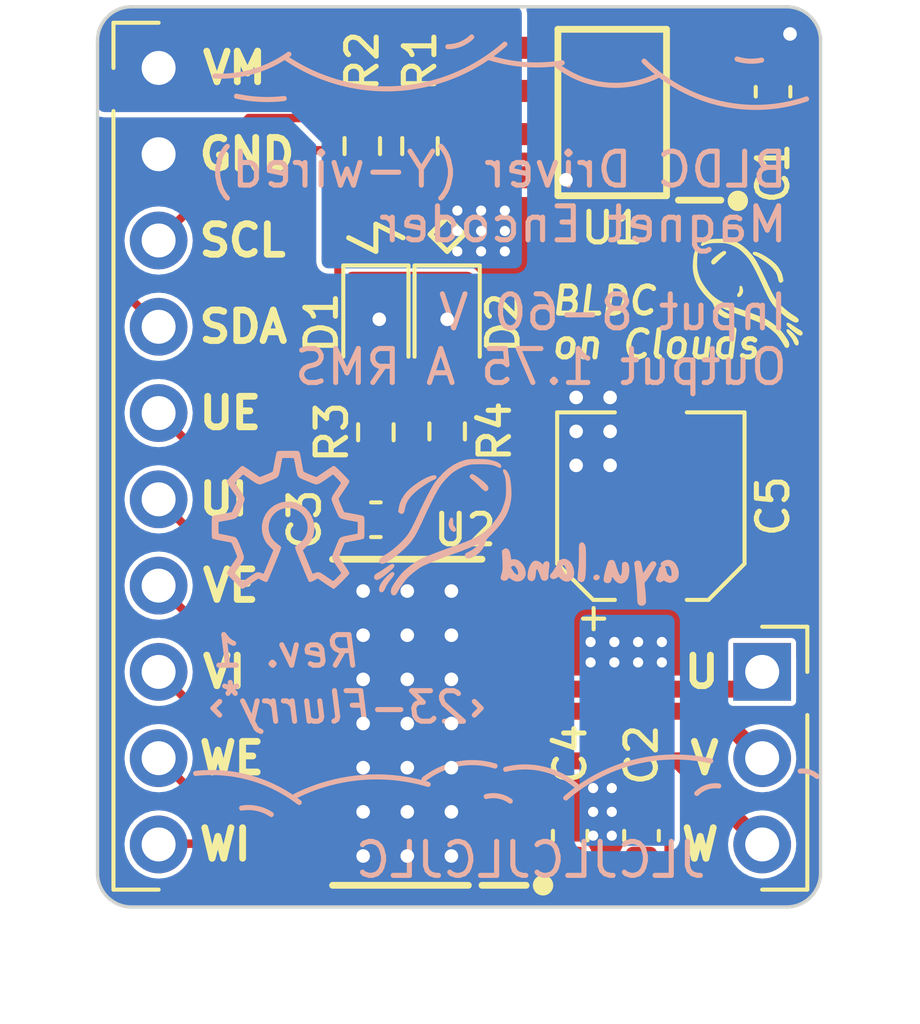
<source format=kicad_pcb>
(kicad_pcb (version 20221018) (generator pcbnew)
  (layers (0 "F.Cu" signal) (31 "B.Cu" signal) (34 "B.Paste" user) (35 "F.Paste" user) (36 "B.SilkS" user "B.Silkscreen") (37 "F.SilkS" user "F.Silkscreen") (38 "B.Mask" user) (39 "F.Mask" user) (44 "Edge.Cuts" user))
  (net 0 "")
  (net 1 "+3.3V")
  (net 2 "GND")
  (net 3 "Net-(U2-CPL)")
  (net 4 "Net-(U2-CPH)")
  (net 5 "Net-(U2-VCP)")
  (net 6 "Net-(D1-A)")
  (net 7 "Net-(D2-A)")
  (net 8 "SCL")
  (net 9 "SDA")
  (net 10 "EN_U")
  (net 11 "IN_U")
  (net 12 "EN_V")
  (net 13 "IN_V")
  (net 14 "EN_W")
  (net 15 "IN_W")
  (net 16 "MOTOR_U")
  (net 17 "MOTOR_V")
  (net 18 "MOTOR_W")
  (net 19 "NFAULT")
  (net 26 "VM")
  (footprint "LOGO" (layer "F.Cu") (at 37.4 26.7)
    (fp_text reference "G***" hide)
    (fp_text value "LOGO" hide)
  )
  (footprint "Clouds_footprints:SOIC127P600X175-8N" (layer "F.Cu") (at 33.3625 21.3125 180)
    (fp_text reference "U1" (at 0 -3.4) (layer "F.SilkS") (effects (font (size 0.9 0.9))))
    (fp_text value "AS5600L-ASOM" hide)
    (pad "1" smd rect (at -2.7 -1.905 270) (size 0.65 1.5) (layers "F.Cu" "F.Paste" "F.Mask") (net 1 "+3.3V"))
    (pad "2" smd rect (at -2.7 -0.635 270) (size 0.65 1.5) (layers "F.Cu" "F.Paste" "F.Mask") (net 1 "+3.3V"))
    (pad "3" smd rect (at -2.7 0.635 270) (size 0.65 1.5) (layers "F.Cu" "F.Paste" "F.Mask"))
    (pad "4" smd rect (at -2.7 1.905 270) (size 0.65 1.5) (layers "F.Cu" "F.Paste" "F.Mask") (net 2 "GND"))
    (pad "5" smd rect (at 2.7 1.905 270) (size 0.65 1.5) (layers "F.Cu" "F.Paste" "F.Mask"))
    (pad "6" smd rect (at 2.7 0.635 270) (size 0.65 1.5) (layers "F.Cu" "F.Paste" "F.Mask") (net 9 "SDA"))
    (pad "7" smd rect (at 2.7 -0.635 270) (size 0.65 1.5) (layers "F.Cu" "F.Paste" "F.Mask") (net 8 "SCL"))
    (pad "8" smd rect (at 2.7 -1.905 270) (size 0.65 1.5) (layers "F.Cu" "F.Paste" "F.Mask") (net 2 "GND"))
  )
  (footprint "Capacitor_SMD:C_0603_1608Metric" (layer "F.Cu") (at 32.125 42.6 90)
    (fp_text reference "C4" (at 2.4 0 90) (layer "F.SilkS") (effects (font (size 0.9 0.9))))
    (fp_text value "100n")
    (pad "1" smd roundrect (at -0.775 0 90) (size 0.9 0.95) (layers "F.Cu" "F.Paste" "F.Mask") (net 5 "Net-(U2-VCP)"))
    (pad "2" smd roundrect (at 0.775 0 90) (size 0.9 0.95) (layers "F.Cu" "F.Paste" "F.Mask") (net 26 "VM"))
  )
  (footprint "Capacitor_SMD:CP_Elec_5x3.9" (layer "F.Cu") (at 34.5 32.9 90)
    (fp_text reference "C5" (at 0 3.6 90) (layer "F.SilkS") (effects (font (size 0.9 0.9))))
    (fp_text value "10u")
    (pad "1" smd roundrect (at -2.2 0 90) (size 3 1.6) (layers "F.Cu" "F.Paste" "F.Mask") (roundrect_rratio 0.15625) (net 26 "VM"))
    (pad "2" smd roundrect (at 2.2 0 90) (size 3 1.6) (layers "F.Cu" "F.Paste" "F.Mask") (roundrect_rratio 0.15625) (net 2 "GND"))
  )
  (footprint "Capacitor_SMD:C_0603_1608Metric" (layer "F.Cu") (at 26.4 33.3)
    (fp_text reference "C3" (at -2.1 0 90) (layer "F.SilkS") (effects (font (size 0.9 0.9))))
    (fp_text value "470n")
    (pad "1" smd roundrect (at -0.775 0) (size 0.9 0.95) (layers "F.Cu" "F.Paste" "F.Mask") (net 1 "+3.3V"))
    (pad "2" smd roundrect (at 0.775 0) (size 0.9 0.95) (layers "F.Cu" "F.Paste" "F.Mask") (net 2 "GND"))
  )
  (footprint "Clouds_footprints:SOP65P640X120-29N" (layer "F.Cu") (at 27.325 39.2625 180)
    (fp_text reference "U2" (at -1.7 5.6625) (layer "F.SilkS") (effects (font (size 0.9 0.9))))
    (fp_text value "DRV8313PWPR" hide)
    (pad "1" smd rect (at -2.938 -4.225 270) (size 0.45 1.475) (layers "F.Cu" "F.Paste" "F.Mask") (net 3 "Net-(U2-CPL)"))
    (pad "2" smd rect (at -2.938 -3.575 270) (size 0.45 1.475) (layers "F.Cu" "F.Paste" "F.Mask") (net 4 "Net-(U2-CPH)"))
    (pad "3" smd rect (at -2.938 -2.925 270) (size 0.45 1.475) (layers "F.Cu" "F.Paste" "F.Mask") (net 5 "Net-(U2-VCP)"))
    (pad "4" smd rect (at -2.938 -2.275 270) (size 0.45 1.475) (layers "F.Cu" "F.Paste" "F.Mask") (net 26 "VM"))
    (pad "5" smd rect (at -2.938 -1.625 270) (size 0.45 1.475) (layers "F.Cu" "F.Paste" "F.Mask") (net 18 "MOTOR_W"))
    (pad "6" smd rect (at -2.938 -0.975 270) (size 0.45 1.475) (layers "F.Cu" "F.Paste" "F.Mask") (net 2 "GND"))
    (pad "7" smd rect (at -2.938 -0.325 270) (size 0.45 1.475) (layers "F.Cu" "F.Paste" "F.Mask") (net 2 "GND"))
    (pad "8" smd rect (at -2.938 0.325 270) (size 0.45 1.475) (layers "F.Cu" "F.Paste" "F.Mask") (net 17 "MOTOR_V"))
    (pad "9" smd rect (at -2.938 0.975 270) (size 0.45 1.475) (layers "F.Cu" "F.Paste" "F.Mask") (net 16 "MOTOR_U"))
    (pad "10" smd rect (at -2.938 1.625 270) (size 0.45 1.475) (layers "F.Cu" "F.Paste" "F.Mask") (net 2 "GND"))
    (pad "11" smd rect (at -2.938 2.275 270) (size 0.45 1.475) (layers "F.Cu" "F.Paste" "F.Mask") (net 26 "VM"))
    (pad "12" smd rect (at -2.938 2.925 270) (size 0.45 1.475) (layers "F.Cu" "F.Paste" "F.Mask"))
    (pad "13" smd rect (at -2.938 3.575 270) (size 0.45 1.475) (layers "F.Cu" "F.Paste" "F.Mask"))
    (pad "14" smd rect (at -2.938 4.225 270) (size 0.45 1.475) (layers "F.Cu" "F.Paste" "F.Mask") (net 2 "GND"))
    (pad "15" smd rect (at 2.938 4.225 270) (size 0.45 1.475) (layers "F.Cu" "F.Paste" "F.Mask") (net 1 "+3.3V"))
    (pad "16" smd rect (at 2.938 3.575 270) (size 0.45 1.475) (layers "F.Cu" "F.Paste" "F.Mask") (net 1 "+3.3V"))
    (pad "17" smd rect (at 2.938 2.925 270) (size 0.45 1.475) (layers "F.Cu" "F.Paste" "F.Mask") (net 1 "+3.3V"))
    (pad "18" smd rect (at 2.938 2.275 270) (size 0.45 1.475) (layers "F.Cu" "F.Paste" "F.Mask") (net 19 "NFAULT"))
    (pad "19" smd rect (at 2.938 1.625 270) (size 0.45 1.475) (layers "F.Cu" "F.Paste" "F.Mask"))
    (pad "20" smd rect (at 2.938 0.975 270) (size 0.45 1.475) (layers "F.Cu" "F.Paste" "F.Mask") (net 2 "GND"))
    (pad "21" smd rect (at 2.938 0.325 270) (size 0.45 1.475) (layers "F.Cu" "F.Paste" "F.Mask"))
    (pad "22" smd rect (at 2.938 -0.325 270) (size 0.45 1.475) (layers "F.Cu" "F.Paste" "F.Mask") (net 10 "EN_U"))
    (pad "23" smd rect (at 2.938 -0.975 270) (size 0.45 1.475) (layers "F.Cu" "F.Paste" "F.Mask") (net 11 "IN_U"))
    (pad "24" smd rect (at 2.938 -1.625 270) (size 0.45 1.475) (layers "F.Cu" "F.Paste" "F.Mask") (net 12 "EN_V"))
    (pad "25" smd rect (at 2.938 -2.275 270) (size 0.45 1.475) (layers "F.Cu" "F.Paste" "F.Mask") (net 13 "IN_V"))
    (pad "26" smd rect (at 2.938 -2.925 270) (size 0.45 1.475) (layers "F.Cu" "F.Paste" "F.Mask") (net 14 "EN_W"))
    (pad "27" smd rect (at 2.938 -3.575 270) (size 0.45 1.475) (layers "F.Cu" "F.Paste" "F.Mask") (net 15 "IN_W"))
    (pad "28" smd rect (at 2.938 -4.225 270) (size 0.45 1.475) (layers "F.Cu" "F.Paste" "F.Mask") (net 2 "GND"))
    (pad "29" smd rect (at 0 0 180) (size 3.1 5.18) (layers "F.Cu" "F.Paste" "F.Mask") (net 2 "GND"))
  )
  (footprint "Capacitor_SMD:C_0603_1608Metric" (layer "F.Cu") (at 34.225 42.6 90)
    (fp_text reference "C2" (at 2.375 0 90) (layer "F.SilkS") (effects (font (size 0.9 0.9))))
    (fp_text value "10n")
    (pad "1" smd roundrect (at -0.775 0 90) (size 0.9 0.95) (layers "F.Cu" "F.Paste" "F.Mask") (net 3 "Net-(U2-CPL)"))
    (pad "2" smd roundrect (at 0.775 0 90) (size 0.9 0.95) (layers "F.Cu" "F.Paste" "F.Mask") (net 4 "Net-(U2-CPH)"))
  )
  (footprint "Resistor_SMD:R_0603_1608Metric" (layer "F.Cu") (at 27.7 22.3 90)
    (fp_text reference "R1" (at 2.5 0 90) (layer "F.SilkS") (effects (font (size 0.9 0.9))))
    (fp_text value "2.2k")
    (pad "1" smd roundrect (at -0.825 0 90) (size 0.8 0.95) (layers "F.Cu" "F.Paste" "F.Mask") (net 1 "+3.3V"))
    (pad "2" smd roundrect (at 0.825 0 90) (size 0.8 0.95) (layers "F.Cu" "F.Paste" "F.Mask") (net 8 "SCL"))
  )
  (footprint "LED_SMD:LED_0805_2012Metric" (layer "F.Cu") (at 28.5 27.5 -90)
    (fp_text reference "D2" (at 0 -1.65 90) (layer "F.SilkS") (effects (font (size 0.9 0.9))))
    (fp_text value "Yellow")
    (pad "1" smd roundrect (at -0.9375 0 270) (size 0.975 1.4) (layers "F.Cu" "F.Paste" "F.Mask") (net 2 "GND"))
    (pad "2" smd roundrect (at 0.9375 0 270) (size 0.975 1.4) (layers "F.Cu" "F.Paste" "F.Mask") (net 7 "Net-(D2-A)"))
  )
  (footprint "Capacitor_SMD:C_0603_1608Metric" (layer "F.Cu") (at 38.1 20.7 90)
    (fp_text reference "C1" (at -2.4 0 90) (layer "F.SilkS") (effects (font (size 0.9 0.9))))
    (fp_text value "100n")
    (pad "1" smd roundrect (at -0.775 0 90) (size 0.9 0.95) (layers "F.Cu" "F.Paste" "F.Mask") (net 1 "+3.3V"))
    (pad "2" smd roundrect (at 0.775 0 90) (size 0.9 0.95) (layers "F.Cu" "F.Paste" "F.Mask") (net 2 "GND"))
  )
  (footprint "Resistor_SMD:R_0603_1608Metric" (layer "F.Cu") (at 28.5 30.7 90)
    (fp_text reference "R4" (at 0 1.4 90) (layer "F.SilkS") (effects (font (size 0.9 0.9))))
    (fp_text value "1k")
    (pad "1" smd roundrect (at -0.825 0 90) (size 0.8 0.95) (layers "F.Cu" "F.Paste" "F.Mask") (net 19 "NFAULT"))
    (pad "2" smd roundrect (at 0.825 0 90) (size 0.8 0.95) (layers "F.Cu" "F.Paste" "F.Mask") (net 7 "Net-(D2-A)"))
  )
  (footprint "Connector_PinHeader_2.54mm:PinHeader_1x10_P2.54mm_Vertical" (layer "F.Cu") (at 20 20)
    (fp_text reference "J1" hide)
    (fp_text value "Conn_01x10")
    (pad "1" thru_hole rect (at 0 0) (size 1.7 1.7) (drill 1) (layers "*.Cu" "*.Mask") (net 26 "VM"))
    (pad "2" thru_hole oval (at 0 2.54) (size 1.7 1.7) (drill 1) (layers "*.Cu" "*.Mask") (net 2 "GND"))
    (pad "3" thru_hole oval (at 0 5.08) (size 1.7 1.7) (drill 1) (layers "*.Cu" "*.Mask") (net 8 "SCL"))
    (pad "4" thru_hole oval (at 0 7.62) (size 1.7 1.7) (drill 1) (layers "*.Cu" "*.Mask") (net 9 "SDA"))
    (pad "5" thru_hole oval (at 0 10.16) (size 1.7 1.7) (drill 1) (layers "*.Cu" "*.Mask") (net 10 "EN_U"))
    (pad "6" thru_hole oval (at 0 12.7) (size 1.7 1.7) (drill 1) (layers "*.Cu" "*.Mask") (net 11 "IN_U"))
    (pad "7" thru_hole oval (at 0 15.24) (size 1.7 1.7) (drill 1) (layers "*.Cu" "*.Mask") (net 12 "EN_V"))
    (pad "8" thru_hole oval (at 0 17.78) (size 1.7 1.7) (drill 1) (layers "*.Cu" "*.Mask") (net 13 "IN_V"))
    (pad "9" thru_hole oval (at 0 20.32) (size 1.7 1.7) (drill 1) (layers "*.Cu" "*.Mask") (net 14 "EN_W"))
    (pad "10" thru_hole oval (at 0 22.86) (size 1.7 1.7) (drill 1) (layers "*.Cu" "*.Mask") (net 15 "IN_W"))
  )
  (footprint "LED_SMD:LED_0805_2012Metric" (layer "F.Cu") (at 26.4 27.5 -90)
    (fp_text reference "D1" (at 0 1.6 90) (layer "F.SilkS") (effects (font (size 0.9 0.9))))
    (fp_text value "White")
    (pad "1" smd roundrect (at -0.9375 0 270) (size 0.975 1.4) (layers "F.Cu" "F.Paste" "F.Mask") (net 2 "GND"))
    (pad "2" smd roundrect (at 0.9375 0 270) (size 0.975 1.4) (layers "F.Cu" "F.Paste" "F.Mask") (net 6 "Net-(D1-A)"))
  )
  (footprint "Resistor_SMD:R_0603_1608Metric" (layer "F.Cu") (at 26.4 30.725 90)
    (fp_text reference "R3" (at 0 -1.3 90) (layer "F.SilkS") (effects (font (size 0.9 0.9))))
    (fp_text value "2.2k")
    (pad "1" smd roundrect (at -0.825 0 90) (size 0.8 0.95) (layers "F.Cu" "F.Paste" "F.Mask") (net 1 "+3.3V"))
    (pad "2" smd roundrect (at 0.825 0 90) (size 0.8 0.95) (layers "F.Cu" "F.Paste" "F.Mask") (net 6 "Net-(D1-A)"))
  )
  (footprint "Connector_PinHeader_2.54mm:PinHeader_1x03_P2.54mm_Vertical" (layer "F.Cu") (at 37.78 37.78)
    (fp_text reference "J2" hide)
    (fp_text value "Conn_01x03")
    (pad "1" thru_hole rect (at 0 0) (size 1.7 1.7) (drill 1) (layers "*.Cu" "*.Mask") (net 16 "MOTOR_U"))
    (pad "2" thru_hole oval (at 0 2.54) (size 1.7 1.7) (drill 1) (layers "*.Cu" "*.Mask") (net 17 "MOTOR_V"))
    (pad "3" thru_hole oval (at 0 5.08) (size 1.7 1.7) (drill 1) (layers "*.Cu" "*.Mask") (net 18 "MOTOR_W"))
  )
  (footprint "Resistor_SMD:R_0603_1608Metric" (layer "F.Cu") (at 26 22.3 90)
    (fp_text reference "R2" (at 2.5 0 90) (layer "F.SilkS") (effects (font (size 0.9 0.9))))
    (fp_text value "2.2k")
    (pad "1" smd roundrect (at -0.825 0 90) (size 0.8 0.95) (layers "F.Cu" "F.Paste" "F.Mask") (net 1 "+3.3V"))
    (pad "2" smd roundrect (at 0.825 0 90) (size 0.8 0.95) (layers "F.Cu" "F.Paste" "F.Mask") (net 9 "SDA"))
  )
  (footprint "LOGO" (layer "B.Cu") (at 31.466102 34.874469 180)
    (fp_text reference "G***" hide)
    (fp_text value "LOGO" hide)
  )
  (footprint "LOGO" (layer "B.Cu") (at 23.814286 33.3 180)
    (fp_text reference "G***" hide)
    (fp_text value "LOGO" hide)
  )
  (footprint "LOGO" (layer "B.Cu") (at 28.314286 33.6 180)
    (fp_text reference "G***" hide)
    (fp_text value "LOGO" hide)
  )
  (gr_arc (start 23.7 20.9) (mid 22.993685 20.924622) (end 22.293131 20.831294) (stroke (width 0.15)) (layer "B.SilkS"))
  (gr_arc (start 37.762553 19.769585) (mid 37.4 19.8) (end 37.041486 19.738052) (stroke (width 0.15)) (layer "B.SilkS"))
  (gr_line (start 21.6 38.85) (end 21.8 38.65) (stroke (width 0.15)) (layer "B.SilkS"))
  (gr_arc (start 30.224167 40.648326) (mid 31.319838 40.638209) (end 32.3 41.127984) (stroke (width 0.15)) (layer "B.SilkS"))
  (gr_line (start 29.3 39.05) (end 29.5 38.85) (stroke (width 0.15)) (layer "B.SilkS"))
  (gr_arc (start 38.9 40.7) (mid 39.165358 40.727897) (end 39.398169 40.85825) (stroke (width 0.15)) (layer "B.SilkS"))
  (gr_arc (start 21.091577 40.768374) (mid 22.7 40.9) (end 24.142452 41.623657) (stroke (width 0.15)) (layer "B.SilkS"))
  (gr_arc (start 24.019838 41.438209) (mid 25.947212 40.892498) (end 27.940434 41.09158) (stroke (width 0.15)) (layer "B.SilkS"))
  (gr_arc (start 34.724139 20.213114) (mid 33.2 20.5) (end 31.753569 19.940409) (stroke (width 0.15)) (layer "B.SilkS"))
  (gr_arc (start 31.995904 41.491853) (mid 34 40.438209) (end 36.26387 40.4) (stroke (width 0.15)) (layer "B.SilkS"))
  (gr_arc (start 29.222608 19.088234) (mid 28.9 19.3) (end 28.521309 19.374254) (stroke (width 0.15)) (layer "B.SilkS"))
  (gr_line (start 21.8 39.05) (end 21.6 38.85) (stroke (width 0.15)) (layer "B.SilkS"))
  (gr_arc (start 31.888729 19.848957) (mid 30.8 19.9) (end 29.729638 19.694422) (stroke (width 0.15)) (layer "B.SilkS"))
  (gr_arc (start 30.2 19.3) (mid 27.057107 20.604292) (end 23.77103 19.720748) (stroke (width 0.15)) (layer "B.SilkS"))
  (gr_arc (start 39.087095 20.912904) (mid 36.534448 21.04081) (end 34.3 19.8) (stroke (width 0.15)) (layer "B.SilkS"))
  (gr_arc (start 29.650736 41.448795) (mid 30.019838 41.438209) (end 30.359373 41.583343) (stroke (width 0.15)) (layer "B.SilkS"))
  (gr_line (start 29.5 38.85) (end 29.3 38.65) (stroke (width 0.15)) (layer "B.SilkS"))
  (gr_arc (start 22.4447 41.789463) (mid 22.9 41.8) (end 23.319522 41.977231) (stroke (width 0.15)) (layer "B.SilkS"))
  (gr_arc (start 23.837134 19.596496) (mid 22.8 20.1) (end 21.655449 20.23844) (stroke (width 0.15)) (layer "B.SilkS"))
  (gr_arc (start 27.819838 40.938209) (mid 28.817668 40.489139) (end 29.910139 40.551067) (stroke (width 0.15)) (layer "B.SilkS"))
  (gr_arc (start 35.854565 41.357625) (mid 36.151728 41.172745) (end 36.5 41.138209) (stroke (width 0.15)) (layer "B.SilkS"))
  (gr_line (start 29 24.9) (end 28.5 25.4) (stroke (width 0.15)) (layer "F.SilkS"))
  (gr_line (start 26.4 24.6) (end 27.2 25) (stroke (width 0.15)) (layer "F.SilkS"))
  (gr_line (start 26.4 25.4) (end 26.4 24.6) (stroke (width 0.15)) (layer "F.SilkS"))
  (gr_line (start 28.5 24.4) (end 29 24.9) (stroke (width 0.15)) (layer "F.SilkS"))
  (gr_line (start 28.5 25.4) (end 28 24.9) (stroke (width 0.15)) (layer "F.SilkS"))
  (gr_line (start 28 24.9) (end 28.5 24.4) (stroke (width 0.15)) (layer "F.SilkS"))
  (gr_line (start 25.6 25) (end 26.4 25.4) (stroke (width 0.15)) (layer "F.SilkS"))
  (gr_arc (start 19.2 44.7) (mid 18.492894 44.407106) (end 18.2 43.7) (stroke (width 0.1)) (layer "Edge.Cuts"))
  (gr_line (start 39.5 19.2) (end 39.5 43.7) (stroke (width 0.1)) (layer "Edge.Cuts"))
  (gr_arc (start 39.5 43.7) (mid 39.207107 44.407106) (end 38.5 44.7) (stroke (width 0.1)) (layer "Edge.Cuts"))
  (gr_line (start 19.2 18.2) (end 38.5 18.2) (stroke (width 0.1)) (layer "Edge.Cuts"))
  (gr_arc (start 18.2 19.2) (mid 18.492893 18.492894) (end 19.2 18.2) (stroke (width 0.1)) (layer "Edge.Cuts"))
  (gr_line (start 19.2 44.7) (end 38.5 44.7) (stroke (width 0.1)) (layer "Edge.Cuts"))
  (gr_line (start 18.2 19.2) (end 18.2 43.7) (stroke (width 0.1)) (layer "Edge.Cuts"))
  (gr_arc (start 38.5 18.2) (mid 39.207106 18.492894) (end 39.5 19.2) (stroke (width 0.1)) (layer "Edge.Cuts"))
  (gr_text "BLDC Driver (Y-wired)\nMagnet Encoder" (at 38.6 23.8) (layer "B.SilkS") (effects (font (size 1 1)) (justify left mirror)))
  (gr_text "Rev. 1" (at 21.5 37.7) (layer "B.SilkS") (effects (font (size 0.9 0.9) (thickness 0.15) italic) (justify right bottom mirror)))
  (gr_text "JLCJLCJLCJLC" (at 36.2 43.9) (layer "B.SilkS") (effects (font (size 1 1)) (justify left bottom mirror)))
  (gr_text "Input 8-60 V\nOutput 1.75 A RMS" (at 38.6 28) (layer "B.SilkS") (effects (font (size 1 1)) (justify left mirror)))
  (gr_text "*" (at 22.2 38.5) (layer "B.SilkS") (effects (font (size 0.75 0.75) (thickness 0.15) bold italic) (justify mirror)))
  (gr_text "23-Flurry" (at 29.2 39.35) (layer "B.SilkS") (effects (font (size 0.9 0.9) (thickness 0.15) italic) (justify left bottom mirror)))
  (gr_text "U" (at 36.6 37.78) (layer "F.SilkS") (effects (font (size 0.9 0.9) (thickness 0.2) bold) (justify right)))
  (gr_text "UE" (at 21.1 30.16) (layer "F.SilkS") (effects (font (size 0.9 0.9) (thickness 0.2) bold) (justify left)))
  (gr_text "WE" (at 21.1 40.32) (layer "F.SilkS") (effects (font (size 0.9 0.9) (thickness 0.2) bold) (justify left)))
  (gr_text "VM" (at 21.2 20) (layer "F.SilkS") (effects (font (size 0.9 0.9) (thickness 0.2) bold) (justify left)))
  (gr_text "GND" (at 21.1 22.54) (layer "F.SilkS") (effects (font (size 0.9 0.9) (thickness 0.2) bold) (justify left)))
  (gr_text "SCL" (at 21.1 25.08) (layer "F.SilkS") (effects (font (size 0.9 0.9) (thickness 0.2) bold) (justify left)))
  (gr_text "UI" (at 21.1 32.7) (layer "F.SilkS") (effects (font (size 0.9 0.9) (thickness 0.2) bold) (justify left)))
  (gr_text "V" (at 36.6 40.32) (layer "F.SilkS") (effects (font (size 0.9 0.9) (thickness 0.2) bold) (justify right)))
  (gr_text "WI" (at 21.1 42.86) (layer "F.SilkS") (effects (font (size 0.9 0.9) (thickness 0.2) bold) (justify left)))
  (gr_text "VI" (at 21.2 37.78) (layer "F.SilkS") (effects (font (size 0.9 0.9) (thickness 0.2) bold) (justify left)))
  (gr_text "VE" (at 21.2 35.24) (layer "F.SilkS") (effects (font (size 0.9 0.9) (thickness 0.2) bold) (justify left)))
  (gr_text "BLDC\non Clouds" (at 31.5 27.5) (layer "F.SilkS") (effects (font (size 0.8 0.8) (thickness 0.15) bold italic) (justify left)))
  (gr_text "W" (at 36.6 42.86) (layer "F.SilkS") (effects (font (size 0.9 0.9) (thickness 0.2) bold) (justify right)))
  (gr_text "SDA" (at 21.1 27.62) (layer "F.SilkS") (effects (font (size 0.9 0.9) (thickness 0.2) bold) (justify left)))
  (segment (start 26 23.125) (end 25.3 23.825) (width 0.25) (layer "F.Cu") (net 1))
  (segment (start 25.3 23.825) (end 25.3 31.075) (width 0.25) (layer "F.Cu") (net 1))
  (segment (start 26 23.125) (end 27.7 23.125) (width 0.25) (layer "F.Cu") (net 1))
  (segment (start 28.2075 22.6175) (end 35.2 22.6175) (width 0.25) (layer "F.Cu") (net 1))
  (segment (start 27.7 23.125) (end 28.2075 22.6175) (width 0.25) (layer "F.Cu") (net 1))
  (segment (start 38.6 19.425) (end 38.1 19.925) (width 0.25) (layer "F.Cu") (net 2))
  (segment (start 38.1 19.925) (end 38.1 19.9) (width 0.25) (layer "F.Cu") (net 2))
  (segment (start 37.5825 19.4075) (end 38.1 19.925) (width 0.25) (layer "F.Cu") (net 2))
  (segment (start 38.6 19) (end 38.6 19.425) (width 0.25) (layer "F.Cu") (net 2))
  (segment (start 36.0625 19.4075) (end 37.5825 19.4075) (width 0.25) (layer "F.Cu") (net 2))
  (segment (start 26.4 26.5625) (end 28.5 26.5625) (width 0.25) (layer "F.Cu") (net 2))
  (segment (start 28.5 26.5625) (end 28.5625 26.5625) (width 0.25) (layer "F.Cu") (net 2))
  (segment (start 32 23.292) (end 31.9255 23.2175) (width 0.25) (layer "F.Cu") (net 2))
  (segment (start 31.9255 23.2175) (end 30.6625 23.2175) (width 0.25) (layer "F.Cu") (net 2))
  (via (at 27.325 38) (size 0.6) (drill 0.4) (layers "F.Cu" "B.Cu") (net 2))
  (via (at 33.3 31.7) (size 0.6) (drill 0.4) (layers "F.Cu" "B.Cu") (net 2))
  (via (at 26.025 43.2) (size 0.6) (drill 0.4) (layers "F.Cu" "B.Cu") (net 2))
  (via (at 26.025 36.7) (size 0.6) (drill 0.4) (layers "F.Cu" "B.Cu") (net 2))
  (via (at 38.6 19) (size 0.8) (drill 0.4) (layers "F.Cu" "B.Cu") (net 2))
  (via (at 27.325 36.7) (size 0.6) (drill 0.4) (layers "F.Cu" "B.Cu") (net 2))
  (via (at 32.3 29.7) (size 0.6) (drill 0.4) (layers "F.Cu" "B.Cu") (net 2))
  (via (at 28.5 27.4) (size 0.8) (drill 0.4) (layers "F.Cu" "B.Cu") (net 2))
  (via (at 28.625 41.9) (size 0.6) (drill 0.4) (layers "F.Cu" "B.Cu") (net 2))
  (via (at 26.025 38) (size 0.6) (drill 0.4) (layers "F.Cu" "B.Cu") (net 2))
  (via (at 26.5 27.4) (size 0.8) (drill 0.4) (layers "F.Cu" "B.Cu") (net 2))
  (via (at 26.025 39.3) (size 0.6) (drill 0.4) (layers "F.Cu" "B.Cu") (net 2))
  (via (at 32.3 31.7) (size 0.6) (drill 0.4) (layers "F.Cu" "B.Cu") (net 2))
  (via (at 26.025 35.4) (size 0.6) (drill 0.4) (layers "F.Cu" "B.Cu") (net 2))
  (via (at 27.325 43.2) (size 0.6) (drill 0.4) (layers "F.Cu" "B.Cu") (net 2))
  (via (at 26.025 40.6) (size 0.6) (drill 0.4) (layers "F.Cu" "B.Cu") (net 2))
  (via (at 27.325 40.6) (size 0.6) (drill 0.4) (layers "F.Cu" "B.Cu") (net 2))
  (via (at 26.025 41.9) (size 0.6) (drill 0.4) (layers "F.Cu" "B.Cu") (net 2))
  (via (at 28.625 39.3) (size 0.6) (drill 0.4) (layers "F.Cu" "B.Cu") (net 2))
  (via (at 28.625 43.2) (size 0.6) (drill 0.4) (layers "F.Cu" "B.Cu") (net 2))
  (via (at 32.3 30.7) (size 0.6) (drill 0.4) (layers "F.Cu" "B.Cu") (net 2))
  (via (at 28.625 36.7) (size 0.6) (drill 0.4) (layers "F.Cu" "B.Cu") (net 2))
  (via (at 27.325 35.4) (size 0.6) (drill 0.4) (layers "F.Cu" "B.Cu") (net 2))
  (via (at 33.3 29.7) (size 0.6) (drill 0.4) (layers "F.Cu" "B.Cu") (net 2))
  (via (at 33.3 30.7) (size 0.6) (drill 0.4) (layers "F.Cu" "B.Cu") (net 2))
  (via (at 28.625 40.6) (size 0.6) (drill 0.4) (layers "F.Cu" "B.Cu") (net 2))
  (via (at 27.325 41.9) (size 0.6) (drill 0.4) (layers "F.Cu" "B.Cu") (net 2))
  (via (at 27.325 39.3) (size 0.6) (drill 0.4) (layers "F.Cu" "B.Cu") (net 2))
  (via (at 28.625 35.4) (size 0.6) (drill 0.4) (layers "F.Cu" "B.Cu") (net 2))
  (via (at 28.625 38) (size 0.6) (drill 0.4) (layers "F.Cu" "B.Cu") (net 2))
  (via (at 32 23.292) (size 0.8) (drill 0.4) (layers "F.Cu" "B.Cu") (net 2))
  (segment (start 31.425 44.1) (end 33.5 44.1) (width 0.25) (layer "F.Cu") (net 3))
  (segment (start 33.5 44.1) (end 34.225 43.375) (width 0.25) (layer "F.Cu") (net 3))
  (segment (start 30.263 43.4875) (end 30.8125 43.4875) (width 0.25) (layer "F.Cu") (net 3))
  (segment (start 30.8125 43.4875) (end 31.425 44.1) (width 0.25) (layer "F.Cu") (net 3))
  (segment (start 35.025 42.625) (end 34.225 41.825) (width 0.25) (layer "F.Cu") (net 4))
  (segment (start 34.288342 44.5) (end 35.025 43.763342) (width 0.25) (layer "F.Cu") (net 4))
  (segment (start 29.2505 44.0005) (end 29.75 44.5) (width 0.25) (layer "F.Cu") (net 4))
  (segment (start 29.4005 42.8375) (end 29.2505 42.9875) (width 0.25) (layer "F.Cu") (net 4))
  (segment (start 29.2505 42.9875) (end 29.2505 44.0005) (width 0.25) (layer "F.Cu") (net 4))
  (segment (start 29.75 44.5) (end 34.288342 44.5) (width 0.25) (layer "F.Cu") (net 4))
  (segment (start 30.263 42.8375) (end 29.4005 42.8375) (width 0.25) (layer "F.Cu") (net 4))
  (segment (start 35.025 43.763342) (end 35.025 42.625) (width 0.25) (layer "F.Cu") (net 4))
  (segment (start 32 43.375) (end 32.125 43.375) (width 0.25) (layer "F.Cu") (net 5))
  (segment (start 31.2755 42.3375) (end 31.2755 42.6505) (width 0.25) (layer "F.Cu") (net 5))
  (segment (start 31.2755 42.6505) (end 32 43.375) (width 0.25) (layer "F.Cu") (net 5))
  (segment (start 30.263 42.1875) (end 31.1255 42.1875) (width 0.25) (layer "F.Cu") (net 5))
  (segment (start 31.1255 42.1875) (end 31.2755 42.3375) (width 0.25) (layer "F.Cu") (net 5))
  (segment (start 26.4 28.4375) (end 26.4 29.9) (width 0.25) (layer "F.Cu") (net 6))
  (segment (start 28.5 28.4375) (end 28.5 29.875) (width 0.25) (layer "F.Cu") (net 7))
  (segment (start 28.1725 21.9475) (end 27.7 21.475) (width 0.25) (layer "F.Cu") (net 8))
  (segment (start 27.7 21.475) (end 26.75 22.425) (width 0.25) (layer "F.Cu") (net 8))
  (segment (start 30.6625 21.9475) (end 28.1725 21.9475) (width 0.25) (layer "F.Cu") (net 8))
  (segment (start 22.655 22.425) (end 20 25.08) (width 0.25) (layer "F.Cu") (net 8))
  (segment (start 26.75 22.425) (end 22.655 22.425) (width 0.25) (layer "F.Cu") (net 8))
  (segment (start 26.7975 20.6775) (end 26 21.475) (width 0.25) (layer "F.Cu") (net 9))
  (segment (start 18.8 26.42) (end 20 27.62) (width 0.25) (layer "F.Cu") (net 9))
  (segment (start 30.6625 20.6775) (end 26.7975 20.6775) (width 0.25) (layer "F.Cu") (net 9))
  (segment (start 18.8 24.689009) (end 18.8 26.42) (width 0.25) (layer "F.Cu") (net 9))
  (segment (start 19.589009 23.9) (end 18.8 24.689009) (width 0.25) (layer "F.Cu") (net 9))
  (segment (start 22.655991 21.475) (end 20.230991 23.9) (width 0.25) (layer "F.Cu") (net 9))
  (segment (start 26 21.475) (end 22.655991 21.475) (width 0.25) (layer "F.Cu") (net 9))
  (segment (start 20.230991 23.9) (end 19.589009 23.9) (width 0.25) (layer "F.Cu") (net 9))
  (segment (start 23.4875 39.5875) (end 22.6 38.7) (width 0.25) (layer "F.Cu") (net 10))
  (segment (start 22.6 32.76) (end 20 30.16) (width 0.25) (layer "F.Cu") (net 10))
  (segment (start 22.6 38.7) (end 22.6 32.76) (width 0.25) (layer "F.Cu") (net 10))
  (segment (start 24.387 39.5875) (end 23.4875 39.5875) (width 0.25) (layer "F.Cu") (net 10))
  (segment (start 24.387 40.2375) (end 23.5375 40.2375) (width 0.25) (layer "F.Cu") (net 11))
  (segment (start 23.5375 40.2375) (end 22.2 38.9) (width 0.25) (layer "F.Cu") (net 11))
  (segment (start 22.2 34.9) (end 20 32.7) (width 0.25) (layer "F.Cu") (net 11))
  (segment (start 22.2 38.9) (end 22.2 34.9) (width 0.25) (layer "F.Cu") (net 11))
  (segment (start 21.8 37.04) (end 20 35.24) (width 0.25) (layer "F.Cu") (net 12))
  (segment (start 24.387 40.8875) (end 23.5245 40.8875) (width 0.25) (layer "F.Cu") (net 12))
  (segment (start 21.8 39.163) (end 21.8 37.04) (width 0.25) (layer "F.Cu") (net 12))
  (segment (start 23.5245 40.8875) (end 21.8 39.163) (width 0.25) (layer "F.Cu") (net 12))
  (segment (start 24.387 41.5375) (end 23.5575 41.5375) (width 0.25) (layer "F.Cu") (net 13))
  (segment (start 21.4 39.38) (end 21.4 39.18) (width 0.25) (layer "F.Cu") (net 13))
  (segment (start 23.5575 41.5375) (end 21.4 39.38) (width 0.25) (layer "F.Cu") (net 13))
  (segment (start 21.4 39.18) (end 20 37.78) (width 0.25) (layer "F.Cu") (net 13))
  (segment (start 20 40.32) (end 21.8675 42.1875) (width 0.25) (layer "F.Cu") (net 14))
  (segment (start 21.8675 42.1875) (end 24.587 42.1875) (width 0.25) (layer "F.Cu") (net 14))
  (segment (start 20.0225 42.8375) (end 20 42.86) (width 0.25) (layer "F.Cu") (net 15))
  (segment (start 24.587 42.8375) (end 20.0225 42.8375) (width 0.25) (layer "F.Cu") (net 15))
  (segment (start 37.2725 38.2875) (end 37.78 37.78) (width 0.5) (layer "F.Cu") (net 16))
  (segment (start 30.263 38.2875) (end 37.2725 38.2875) (width 0.5) (layer "F.Cu") (net 16))
  (segment (start 36.3975 38.9375) (end 37.78 40.32) (width 0.5) (layer "F.Cu") (net 17))
  (segment (start 30.263 38.9375) (end 36.3975 38.9375) (width 0.5) (layer "F.Cu") (net 17))
  (segment (start 31.3755 40.8875) (end 31.4005 40.8625) (width 0.5) (layer "F.Cu") (net 18))
  (segment (start 31.4005 40.8625) (end 31.4005 40.4) (width 0.5) (layer "F.Cu") (net 18))
  (segment (start 31.4005 40.4) (end 35.32 40.4) (width 0.5) (layer "F.Cu") (net 18))
  (segment (start 30.263 40.8875) (end 31.3755 40.8875) (width 0.5) (layer "F.Cu") (net 18))
  (segment (start 35.32 40.4) (end 37.78 42.86) (width 0.5) (layer "F.Cu") (net 18))
  (segment (start 26.4 33.713342) (end 25.45 34.663342) (width 0.25) (layer "F.Cu") (net 19))
  (segment (start 25.45 36.912) (end 25.3745 36.9875) (width 0.25) (layer "F.Cu") (net 19))
  (segment (start 27.35 32.55) (end 26.736658 32.55) (width 0.25) (layer "F.Cu") (net 19))
  (segment (start 25.3745 36.9875) (end 24.387 36.9875) (width 0.25) (layer "F.Cu") (net 19))
  (segment (start 28.375 31.525) (end 27.35 32.55) (width 0.25) (layer "F.Cu") (net 19))
  (segment (start 25.45 34.663342) (end 25.45 36.912) (width 0.25) (layer "F.Cu") (net 19))
  (segment (start 26.736658 32.55) (end 26.4 32.886658) (width 0.25) (layer "F.Cu") (net 19))
  (segment (start 26.4 32.886658) (end 26.4 33.713342) (width 0.25) (layer "F.Cu") (net 19))
  (segment (start 28.5 31.525) (end 28.375 31.525) (width 0.25) (layer "F.Cu") (net 19))
  (via (at 32.725 37.5) (size 0.5) (drill 0.3) (layers "F.Cu" "B.Cu") (net 26))
  (via (at 32.725 36.9) (size 0.5) (drill 0.3) (layers "F.Cu" "B.Cu") (net 26))
  (via (at 28.8 24.8) (size 0.5) (drill 0.3) (layers "F.Cu" "B.Cu") (net 26))
  (via (at 32.8 41.2) (size 0.5) (drill 0.3) (layers "F.Cu" "B.Cu") (net 26))
  (via (at 29.5 25.4) (size 0.5) (drill 0.3) (layers "F.Cu" "B.Cu") (net 26))
  (via (at 33.425 36.9) (size 0.5) (drill 0.3) (layers "F.Cu" "B.Cu") (net 26))
  (via (at 34.125 37.5) (size 0.5) (drill 0.3) (layers "F.Cu" "B.Cu") (net 26))
  (via (at 33.35 42.6) (size 0.5) (drill 0.3) (layers "F.Cu" "B.Cu") (net 26))
  (via (at 28.8 25.4) (size 0.5) (drill 0.3) (layers "F.Cu" "B.Cu") (net 26))
  (via (at 30.2 25.4) (size 0.5) (drill 0.3) (layers "F.Cu" "B.Cu") (net 26))
  (via (at 33.425 37.5) (size 0.5) (drill 0.3) (layers "F.Cu" "B.Cu") (net 26))
  (via (at 30.2 24.2) (size 0.5) (drill 0.3) (layers "F.Cu" "B.Cu") (net 26))
  (via (at 32.8 42.6) (size 0.5) (drill 0.3) (layers "F.Cu" "B.Cu") (net 26))
  (via (at 29.5 24.2) (size 0.5) (drill 0.3) (layers "F.Cu" "B.Cu") (net 26))
  (via (at 30.2 24.8) (size 0.5) (drill 0.3) (layers "F.Cu" "B.Cu") (net 26))
  (via (at 28.8 24.2) (size 0.5) (drill 0.3) (layers "F.Cu" "B.Cu") (net 26))
  (via (at 34.825 37.5) (size 0.5) (drill 0.3) (layers "F.Cu" "B.Cu") (net 26))
  (via (at 33.35 41.2) (size 0.5) (drill 0.3) (layers "F.Cu" "B.Cu") (net 26))
  (via (at 34.825 36.9) (size 0.5) (drill 0.3) (layers "F.Cu" "B.Cu") (net 26))
  (via (at 33.35 41.9) (size 0.5) (drill 0.3) (layers "F.Cu" "B.Cu") (net 26))
  (via (at 32.8 41.9) (size 0.5) (drill 0.3) (layers "F.Cu" "B.Cu") (net 26))
  (via (at 34.125 36.9) (size 0.5) (drill 0.3) (layers "F.Cu" "B.Cu") (net 26))
  (via (at 29.5 24.8) (size 0.5) (drill 0.3) (layers "F.Cu" "B.Cu") (net 26))
  (zone (net 1) (net_name "+3.3V") (layer "F.Cu") (priority 1) (connect_pads yes (clearance 0.2)) (min_thickness 0.2) (fill yes (thermal_gap 0.5) (thermal_bridge_width 0.5) (smoothing fillet) (radius 0.2))
    (polygon (pts (xy 24.9 31) (xy 23.5 32.4) (xy 23.5 36.5) (xy 25.9 36.6) (xy 25.9 34.4) (xy 26.6 33.7) (xy 26.6 32.8) (xy 27.4 32) (xy 27.4 31)))
  )
  (zone (net 2) (net_name "GND") (layer "F.Cu") (priority 6) (connect_pads yes (clearance 0.15)) (min_thickness 0.15) (fill yes (thermal_gap 0.5) (thermal_bridge_width 0.5) (smoothing fillet) (radius 0.2) (island_removal_mode 1) (island_area_min 10))
    (polygon (pts (xy 25.5 26) (xy 25.5 27.8) (xy 29.3 27.8) (xy 29.3 26)))
  )
  (zone (net 1) (net_name "+3.3V") (layer "F.Cu") (connect_pads yes (clearance 0.2)) (min_thickness 0.2) (fill yes (thermal_gap 0.5) (thermal_bridge_width 0.5))
    (polygon (pts (xy 35 21.4) (xy 37.1 21.4) (xy 37.7 20.8) (xy 38.7 20.8) (xy 38.7 23.8) (xy 35 23.8)))
  )
  (zone (net 26) (net_name "VM") (layer "F.Cu") (priority 5) (connect_pads yes (clearance 0.15)) (min_thickness 0.15) (fill yes (thermal_gap 0.5) (thermal_bridge_width 0.5) (smoothing fillet) (radius 0.2))
    (polygon (pts (xy 29.9 36.6) (xy 29.9 38) (xy 37.9 38) (xy 37.9 37.4) (xy 39.7 37.4) (xy 39.7 23.8) (xy 28.3 23.8) (xy 28.3 26.3) (xy 29.4 26.3) (xy 29.4 29) (xy 35.6 29) (xy 35.6 32.9) (xy 31.5 32.9) (xy 31.5 36.6)))
  )
  (zone (net 2) (net_name "GND") (layer "F.Cu") (connect_pads yes (clearance 0.15)) (min_thickness 0.15) (fill yes (thermal_gap 0.5) (thermal_bridge_width 0.5) (smoothing fillet) (radius 0.2))
    (polygon (pts (xy 35.5 33.1) (xy 35.5 29) (xy 29.3 29) (xy 29.3 31) (xy 27.8 32.5) (xy 23.5 32.5) (xy 23.6 44) (xy 31.4 44) (xy 31.4 33.1)))
  )
  (zone (net 26) (net_name "VM") (layer "F.Cu") (priority 2) (connect_pads yes (clearance 0.15)) (min_thickness 0.15) (fill yes (thermal_gap 0.5) (thermal_bridge_width 0.5) (smoothing fillet) (radius 0.2))
    (polygon (pts (xy 29.5 40.7) (xy 33.7 40.7) (xy 33.7 43.1) (xy 31.2 43.1) (xy 31.2 41.9) (xy 29.5 41.9)))
  )
  (zone (net 26) (net_name "VM") (layer "B.Cu") (priority 7) (connect_pads yes (clearance 0.15)) (min_thickness 0.15) (fill yes (thermal_gap 0.5) (thermal_bridge_width 0.5) (smoothing fillet) (radius 0.2) (island_removal_mode 1) (island_area_min 10))
    (polygon (pts (xy 17.9 18) (xy 17.9 21.3) (xy 23.9 21.3) (xy 24.8 22.2) (xy 24.8 25.9) (xy 30.7 25.9) (xy 30.7 18)))
  )
  (zone (net 26) (net_name "VM") (layer "B.Cu") (priority 4) (connect_pads yes (clearance 0.15)) (min_thickness 0.15) (fill yes (thermal_gap 0.5) (thermal_bridge_width 0.5) (smoothing fillet) (radius 0.2))
    (polygon (pts (xy 32.4 42.9) (xy 32.4 36.1) (xy 35.2 36.1) (xy 35.2 42.9)))
  )
  (zone (net 2) (net_name "GND") (layer "B.Cu") (priority 3) (connect_pads yes (clearance 0.15)) (min_thickness 0.15) (fill yes (thermal_gap 0.5) (thermal_bridge_width 0.5) (smoothing fillet) (radius 0.2) (island_removal_mode 1) (island_area_min 10))
    (polygon (pts (xy 17.9 18) (xy 39.8 18) (xy 39.8 45.3) (xy 17.9 45.3)))
  )
)
</source>
